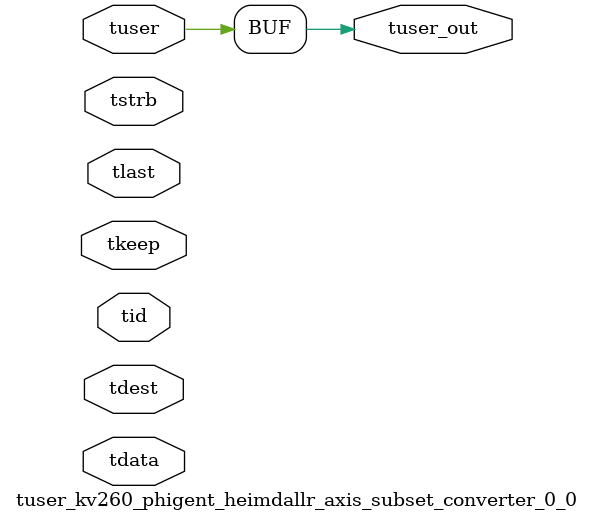
<source format=v>


`timescale 1ps/1ps

module tuser_kv260_phigent_heimdallr_axis_subset_converter_0_0 #
(
parameter C_S_AXIS_TUSER_WIDTH = 1,
parameter C_S_AXIS_TDATA_WIDTH = 32,
parameter C_S_AXIS_TID_WIDTH   = 0,
parameter C_S_AXIS_TDEST_WIDTH = 0,
parameter C_M_AXIS_TUSER_WIDTH = 1
)
(
input  [(C_S_AXIS_TUSER_WIDTH == 0 ? 1 : C_S_AXIS_TUSER_WIDTH)-1:0     ] tuser,
input  [(C_S_AXIS_TDATA_WIDTH == 0 ? 1 : C_S_AXIS_TDATA_WIDTH)-1:0     ] tdata,
input  [(C_S_AXIS_TID_WIDTH   == 0 ? 1 : C_S_AXIS_TID_WIDTH)-1:0       ] tid,
input  [(C_S_AXIS_TDEST_WIDTH == 0 ? 1 : C_S_AXIS_TDEST_WIDTH)-1:0     ] tdest,
input  [(C_S_AXIS_TDATA_WIDTH/8)-1:0 ] tkeep,
input  [(C_S_AXIS_TDATA_WIDTH/8)-1:0 ] tstrb,
input                                                                    tlast,
output [C_M_AXIS_TUSER_WIDTH-1:0] tuser_out
);

assign tuser_out = {tuser[0:0]};

endmodule


</source>
